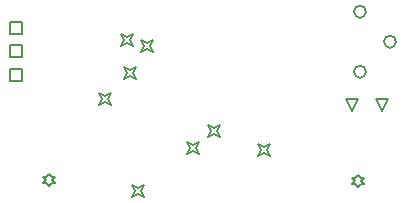
<source format=gbr>
G04*
G04 #@! TF.GenerationSoftware,Altium Limited,Altium Designer,25.3.3 (18)*
G04*
G04 Layer_Color=2752767*
%FSLAX44Y44*%
%MOMM*%
G71*
G04*
G04 #@! TF.SameCoordinates,BFC568DA-C1B5-42DE-8167-96A376B3F609*
G04*
G04*
G04 #@! TF.FilePolarity,Positive*
G04*
G01*
G75*
%ADD12C,0.1270*%
%ADD46C,0.1693*%
D12*
X701040Y1054100D02*
X703580Y1056640D01*
X706120D01*
X703580Y1059180D01*
X706120Y1061720D01*
X703580D01*
X701040Y1064260D01*
X698500Y1061720D01*
X695960D01*
X698500Y1059180D01*
X695960Y1056640D01*
X698500D01*
X701040Y1054100D01*
X406400Y1144093D02*
Y1154253D01*
X416560D01*
Y1144093D01*
X406400D01*
Y1164093D02*
Y1174253D01*
X416560D01*
Y1164093D01*
X406400D01*
Y1184093D02*
Y1194253D01*
X416560D01*
Y1184093D01*
X406400D01*
X439420Y1055370D02*
X441960Y1057910D01*
X444500D01*
X441960Y1060450D01*
X444500Y1062990D01*
X441960D01*
X439420Y1065530D01*
X436880Y1062990D01*
X434340D01*
X436880Y1060450D01*
X434340Y1057910D01*
X436880D01*
X439420Y1055370D01*
X721360Y1118870D02*
X716280Y1129030D01*
X726440D01*
X721360Y1118870D01*
X695960D02*
X690880Y1129030D01*
X701040D01*
X695960Y1118870D01*
X481330Y1123950D02*
X483870Y1129030D01*
X481330Y1134110D01*
X486410Y1131570D01*
X491490Y1134110D01*
X488950Y1129030D01*
X491490Y1123950D01*
X486410Y1126490D01*
X481330Y1123950D01*
X500380Y1173480D02*
X502920Y1178560D01*
X500380Y1183640D01*
X505460Y1181100D01*
X510540Y1183640D01*
X508000Y1178560D01*
X510540Y1173480D01*
X505460Y1176020D01*
X500380Y1173480D01*
X516890Y1168400D02*
X519430Y1173480D01*
X516890Y1178560D01*
X521970Y1176020D01*
X527050Y1178560D01*
X524510Y1173480D01*
X527050Y1168400D01*
X521970Y1170940D01*
X516890Y1168400D01*
X615950Y1080770D02*
X618490Y1085850D01*
X615950Y1090930D01*
X621030Y1088390D01*
X626110Y1090930D01*
X623570Y1085850D01*
X626110Y1080770D01*
X621030Y1083310D01*
X615950Y1080770D01*
X502920Y1145540D02*
X505460Y1150620D01*
X502920Y1155700D01*
X508000Y1153160D01*
X513080Y1155700D01*
X510540Y1150620D01*
X513080Y1145540D01*
X508000Y1148080D01*
X502920Y1145540D01*
X556260Y1082040D02*
X558800Y1087120D01*
X556260Y1092200D01*
X561340Y1089660D01*
X566420Y1092200D01*
X563880Y1087120D01*
X566420Y1082040D01*
X561340Y1084580D01*
X556260Y1082040D01*
X573950Y1097003D02*
X576490Y1102083D01*
X573950Y1107163D01*
X579030Y1104623D01*
X584110Y1107163D01*
X581570Y1102083D01*
X584110Y1097003D01*
X579030Y1099543D01*
X573950Y1097003D01*
X509524Y1045464D02*
X512064Y1050544D01*
X509524Y1055624D01*
X514604Y1053084D01*
X519684Y1055624D01*
X517144Y1050544D01*
X519684Y1045464D01*
X514604Y1048004D01*
X509524Y1045464D01*
D46*
X707390Y1151890D02*
G03*
X707390Y1151890I-5080J0D01*
G01*
X732790Y1177290D02*
G03*
X732790Y1177290I-5080J0D01*
G01*
X707390Y1202690D02*
G03*
X707390Y1202690I-5080J0D01*
G01*
M02*

</source>
